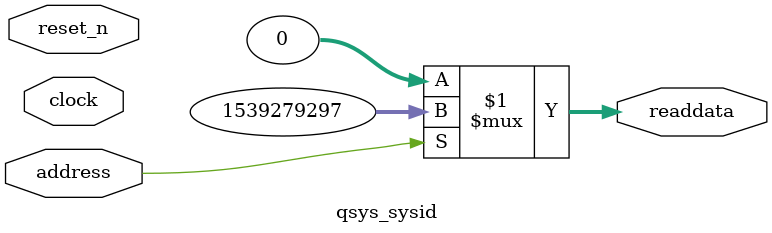
<source format=v>

`timescale 1ns / 1ps
// synthesis translate_on

// turn off superfluous verilog processor warnings 
// altera message_level Level1 
// altera message_off 10034 10035 10036 10037 10230 10240 10030 

module qsys_sysid (
               // inputs:
                address,
                clock,
                reset_n,

               // outputs:
                readdata
             )
;

  output  [ 31: 0] readdata;
  input            address;
  input            clock;
  input            reset_n;

  wire    [ 31: 0] readdata;
  //control_slave, which is an e_avalon_slave
  assign readdata = address ? 1539279297 : 0;

endmodule




</source>
